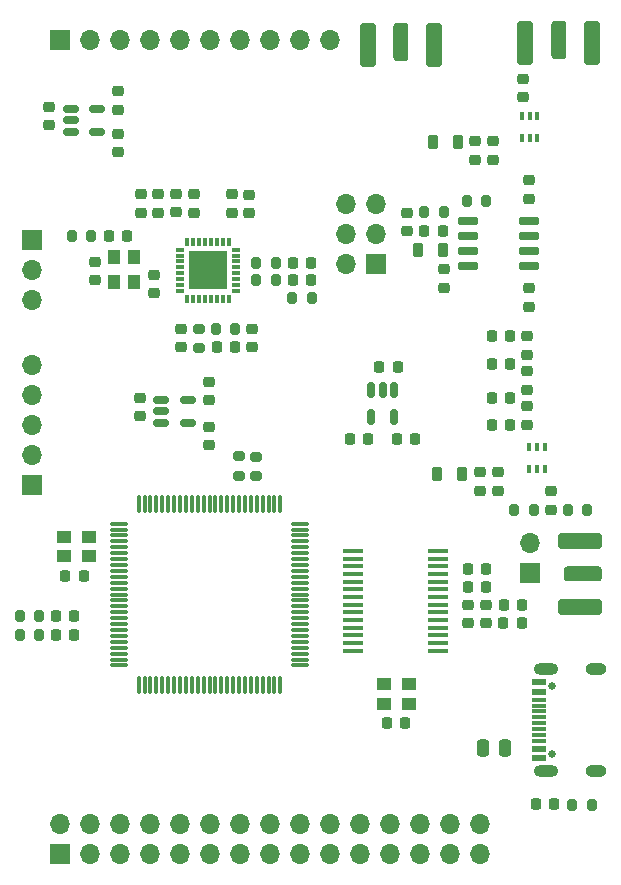
<source format=gbr>
%TF.GenerationSoftware,KiCad,Pcbnew,8.0.4-8.0.4-0~ubuntu22.04.1*%
%TF.CreationDate,2024-09-01T23:10:33+08:00*%
%TF.ProjectId,R820T_With_LCMXO2,52383230-545f-4576-9974-685f4c434d58,rev?*%
%TF.SameCoordinates,Original*%
%TF.FileFunction,Soldermask,Top*%
%TF.FilePolarity,Negative*%
%FSLAX46Y46*%
G04 Gerber Fmt 4.6, Leading zero omitted, Abs format (unit mm)*
G04 Created by KiCad (PCBNEW 8.0.4-8.0.4-0~ubuntu22.04.1) date 2024-09-01 23:10:33*
%MOMM*%
%LPD*%
G01*
G04 APERTURE LIST*
G04 Aperture macros list*
%AMRoundRect*
0 Rectangle with rounded corners*
0 $1 Rounding radius*
0 $2 $3 $4 $5 $6 $7 $8 $9 X,Y pos of 4 corners*
0 Add a 4 corners polygon primitive as box body*
4,1,4,$2,$3,$4,$5,$6,$7,$8,$9,$2,$3,0*
0 Add four circle primitives for the rounded corners*
1,1,$1+$1,$2,$3*
1,1,$1+$1,$4,$5*
1,1,$1+$1,$6,$7*
1,1,$1+$1,$8,$9*
0 Add four rect primitives between the rounded corners*
20,1,$1+$1,$2,$3,$4,$5,0*
20,1,$1+$1,$4,$5,$6,$7,0*
20,1,$1+$1,$6,$7,$8,$9,0*
20,1,$1+$1,$8,$9,$2,$3,0*%
G04 Aperture macros list end*
%ADD10RoundRect,0.200000X-0.200000X-0.275000X0.200000X-0.275000X0.200000X0.275000X-0.200000X0.275000X0*%
%ADD11RoundRect,0.218750X0.218750X0.256250X-0.218750X0.256250X-0.218750X-0.256250X0.218750X-0.256250X0*%
%ADD12C,0.650000*%
%ADD13R,1.240000X0.600000*%
%ADD14R,1.240000X0.300000*%
%ADD15O,2.100000X1.000000*%
%ADD16O,1.800000X1.000000*%
%ADD17RoundRect,0.225000X0.225000X0.250000X-0.225000X0.250000X-0.225000X-0.250000X0.225000X-0.250000X0*%
%ADD18RoundRect,0.150000X-0.512500X-0.150000X0.512500X-0.150000X0.512500X0.150000X-0.512500X0.150000X0*%
%ADD19RoundRect,0.225000X0.250000X-0.225000X0.250000X0.225000X-0.250000X0.225000X-0.250000X-0.225000X0*%
%ADD20RoundRect,0.225000X-0.250000X0.225000X-0.250000X-0.225000X0.250000X-0.225000X0.250000X0.225000X0*%
%ADD21R,1.300000X1.100000*%
%ADD22RoundRect,0.200000X0.275000X-0.200000X0.275000X0.200000X-0.275000X0.200000X-0.275000X-0.200000X0*%
%ADD23RoundRect,0.225000X-0.225000X-0.250000X0.225000X-0.250000X0.225000X0.250000X-0.225000X0.250000X0*%
%ADD24R,1.100000X1.300000*%
%ADD25RoundRect,0.075000X-0.662500X-0.075000X0.662500X-0.075000X0.662500X0.075000X-0.662500X0.075000X0*%
%ADD26RoundRect,0.075000X-0.075000X-0.662500X0.075000X-0.662500X0.075000X0.662500X-0.075000X0.662500X0*%
%ADD27R,1.700000X1.700000*%
%ADD28O,1.700000X1.700000*%
%ADD29RoundRect,0.250000X0.250000X0.475000X-0.250000X0.475000X-0.250000X-0.475000X0.250000X-0.475000X0*%
%ADD30RoundRect,0.218750X-0.256250X0.218750X-0.256250X-0.218750X0.256250X-0.218750X0.256250X0.218750X0*%
%ADD31RoundRect,0.250000X0.385000X1.350000X-0.385000X1.350000X-0.385000X-1.350000X0.385000X-1.350000X0*%
%ADD32RoundRect,0.250000X0.425000X1.600000X-0.425000X1.600000X-0.425000X-1.600000X0.425000X-1.600000X0*%
%ADD33RoundRect,0.218750X0.218750X0.381250X-0.218750X0.381250X-0.218750X-0.381250X0.218750X-0.381250X0*%
%ADD34RoundRect,0.150000X-0.150000X0.512500X-0.150000X-0.512500X0.150000X-0.512500X0.150000X0.512500X0*%
%ADD35RoundRect,0.200000X0.200000X0.275000X-0.200000X0.275000X-0.200000X-0.275000X0.200000X-0.275000X0*%
%ADD36RoundRect,0.100000X0.100000X-0.225000X0.100000X0.225000X-0.100000X0.225000X-0.100000X-0.225000X0*%
%ADD37R,1.750000X0.450000*%
%ADD38RoundRect,0.218750X-0.218750X-0.381250X0.218750X-0.381250X0.218750X0.381250X-0.218750X0.381250X0*%
%ADD39RoundRect,0.218750X-0.218750X-0.256250X0.218750X-0.256250X0.218750X0.256250X-0.218750X0.256250X0*%
%ADD40R,0.300000X0.800000*%
%ADD41R,0.800000X0.300000*%
%ADD42R,3.250000X3.250000*%
%ADD43RoundRect,0.150000X0.725000X0.150000X-0.725000X0.150000X-0.725000X-0.150000X0.725000X-0.150000X0*%
%ADD44RoundRect,0.200000X-0.275000X0.200000X-0.275000X-0.200000X0.275000X-0.200000X0.275000X0.200000X0*%
%ADD45RoundRect,0.250000X1.350000X-0.385000X1.350000X0.385000X-1.350000X0.385000X-1.350000X-0.385000X0*%
%ADD46RoundRect,0.250000X1.600000X-0.425000X1.600000X0.425000X-1.600000X0.425000X-1.600000X-0.425000X0*%
G04 APERTURE END LIST*
D10*
%TO.C,R16*%
X152337500Y-142600000D03*
X150687500Y-142600000D03*
%TD*%
D11*
%TO.C,D2*%
X147575000Y-142550000D03*
X149150000Y-142550000D03*
%TD*%
D12*
%TO.C,J1*%
X148964999Y-138335000D03*
X148964999Y-132555000D03*
D13*
X147844999Y-138645000D03*
X147844999Y-137845000D03*
D14*
X147844999Y-136695000D03*
X147844999Y-135695000D03*
X147844999Y-135195000D03*
X147844999Y-134195000D03*
D13*
X147844999Y-133045000D03*
X147844999Y-132245000D03*
X147844999Y-132245000D03*
X147844999Y-133045000D03*
D14*
X147844999Y-133695000D03*
X147844999Y-134695000D03*
X147844999Y-136195000D03*
X147844999Y-137195000D03*
D13*
X147844999Y-137845000D03*
X147844999Y-138645000D03*
D15*
X148444999Y-139765000D03*
D16*
X152644999Y-139765000D03*
D15*
X148444999Y-131125000D03*
D16*
X152644999Y-131125000D03*
%TD*%
D17*
%TO.C,C6*%
X133375000Y-111612500D03*
X131825000Y-111612500D03*
%TD*%
D18*
%TO.C,U9*%
X108200000Y-83700000D03*
X108200000Y-84650000D03*
X108200000Y-85600000D03*
X110475000Y-85600000D03*
X110475000Y-83700000D03*
%TD*%
D19*
%TO.C,C37*%
X112187500Y-83737500D03*
X112187500Y-82187500D03*
%TD*%
D10*
%TO.C,R11*%
X123900000Y-98200000D03*
X125550000Y-98200000D03*
%TD*%
D20*
%TO.C,C32*%
X112237500Y-85787500D03*
X112237500Y-87337500D03*
%TD*%
D19*
%TO.C,C18*%
X143362500Y-127225001D03*
X143362500Y-125675001D03*
%TD*%
D21*
%TO.C,X1*%
X107625000Y-121550000D03*
X109725000Y-121550000D03*
X109725000Y-119900000D03*
X107625000Y-119900000D03*
%TD*%
D20*
%TO.C,C49*%
X110225000Y-96625000D03*
X110225000Y-98175000D03*
%TD*%
%TO.C,C1*%
X143975000Y-86425000D03*
X143975000Y-87975000D03*
%TD*%
D22*
%TO.C,R18*%
X123937500Y-114775001D03*
X123937500Y-113125001D03*
%TD*%
D19*
%TO.C,C17*%
X141862500Y-127225001D03*
X141862500Y-125675001D03*
%TD*%
D23*
%TO.C,C61*%
X127025000Y-98200000D03*
X128575000Y-98200000D03*
%TD*%
D24*
%TO.C,X2*%
X111900000Y-96200000D03*
X111900000Y-98300000D03*
X113550000Y-98300000D03*
X113550000Y-96200000D03*
%TD*%
D23*
%TO.C,C14*%
X141837500Y-124150001D03*
X143387500Y-124150001D03*
%TD*%
D25*
%TO.C,U1*%
X112300000Y-118800000D03*
X112300000Y-119300000D03*
X112300000Y-119800000D03*
X112300000Y-120300000D03*
X112300000Y-120800000D03*
X112300000Y-121300000D03*
X112300000Y-121800000D03*
X112300000Y-122300000D03*
X112300000Y-122800000D03*
X112300000Y-123300000D03*
X112300000Y-123800000D03*
X112300000Y-124300000D03*
X112300000Y-124800000D03*
X112300000Y-125300000D03*
X112300000Y-125800000D03*
X112300000Y-126300000D03*
X112300000Y-126800000D03*
X112300000Y-127300000D03*
X112300000Y-127800000D03*
X112300000Y-128300000D03*
X112300000Y-128800000D03*
X112300000Y-129300000D03*
X112300000Y-129800000D03*
X112300000Y-130300000D03*
X112300000Y-130800000D03*
D26*
X113962500Y-132462500D03*
X114462500Y-132462500D03*
X114962500Y-132462500D03*
X115462500Y-132462500D03*
X115962500Y-132462500D03*
X116462500Y-132462500D03*
X116962500Y-132462500D03*
X117462500Y-132462500D03*
X117962500Y-132462500D03*
X118462500Y-132462500D03*
X118962500Y-132462500D03*
X119462500Y-132462500D03*
X119962500Y-132462500D03*
X120462500Y-132462500D03*
X120962500Y-132462500D03*
X121462500Y-132462500D03*
X121962500Y-132462500D03*
X122462500Y-132462500D03*
X122962500Y-132462500D03*
X123462500Y-132462500D03*
X123962500Y-132462500D03*
X124462500Y-132462500D03*
X124962500Y-132462500D03*
X125462500Y-132462500D03*
X125962500Y-132462500D03*
D25*
X127625000Y-130800000D03*
X127625000Y-130300000D03*
X127625000Y-129800000D03*
X127625000Y-129300000D03*
X127625000Y-128800000D03*
X127625000Y-128300000D03*
X127625000Y-127800000D03*
X127625000Y-127300000D03*
X127625000Y-126800000D03*
X127625000Y-126300000D03*
X127625000Y-125800000D03*
X127625000Y-125300000D03*
X127625000Y-124800000D03*
X127625000Y-124300000D03*
X127625000Y-123800000D03*
X127625000Y-123300000D03*
X127625000Y-122800000D03*
X127625000Y-122300000D03*
X127625000Y-121800000D03*
X127625000Y-121300000D03*
X127625000Y-120800000D03*
X127625000Y-120300000D03*
X127625000Y-119800000D03*
X127625000Y-119300000D03*
X127625000Y-118800000D03*
D26*
X125962500Y-117137500D03*
X125462500Y-117137500D03*
X124962500Y-117137500D03*
X124462500Y-117137500D03*
X123962500Y-117137500D03*
X123462500Y-117137500D03*
X122962500Y-117137500D03*
X122462500Y-117137500D03*
X121962500Y-117137500D03*
X121462500Y-117137500D03*
X120962500Y-117137500D03*
X120462500Y-117137500D03*
X119962500Y-117137500D03*
X119462500Y-117137500D03*
X118962500Y-117137500D03*
X118462500Y-117137500D03*
X117962500Y-117137500D03*
X117462500Y-117137500D03*
X116962500Y-117137500D03*
X116462500Y-117137500D03*
X115962500Y-117137500D03*
X115462500Y-117137500D03*
X114962500Y-117137500D03*
X114462500Y-117137500D03*
X113962500Y-117137500D03*
%TD*%
D27*
%TO.C,J11*%
X134015000Y-96780000D03*
D28*
X131475000Y-96780000D03*
X134015000Y-94240000D03*
X131475000Y-94240000D03*
X134015000Y-91700000D03*
X131475000Y-91700000D03*
%TD*%
D20*
%TO.C,C51*%
X118615000Y-90917500D03*
X118615000Y-92467500D03*
%TD*%
D29*
%TO.C,C3*%
X144975000Y-137800000D03*
X143075000Y-137800000D03*
%TD*%
D27*
%TO.C,J9*%
X104925000Y-94750000D03*
D28*
X104925000Y-97290000D03*
X104925000Y-99830000D03*
%TD*%
D20*
%TO.C,C57*%
X121865000Y-90917500D03*
X121865000Y-92467500D03*
%TD*%
D30*
%TO.C,L7*%
X146875000Y-108862500D03*
X146875000Y-110437500D03*
%TD*%
D20*
%TO.C,C24*%
X139825000Y-97275000D03*
X139825000Y-98825000D03*
%TD*%
D23*
%TO.C,C58*%
X120575000Y-103850000D03*
X122125000Y-103850000D03*
%TD*%
D27*
%TO.C,J3*%
X104900000Y-115500000D03*
D28*
X104900000Y-112960000D03*
X104900000Y-110420000D03*
X104900000Y-107880000D03*
X104900000Y-105340000D03*
%TD*%
D31*
%TO.C,J4*%
X149525000Y-77812500D03*
D32*
X146700000Y-78062500D03*
X152350000Y-78062500D03*
%TD*%
D33*
%TO.C,L3*%
X139737500Y-95650000D03*
X137612500Y-95650000D03*
%TD*%
D34*
%TO.C,U8*%
X135575000Y-107462500D03*
X134625000Y-107462500D03*
X133675000Y-107462500D03*
X133675000Y-109737500D03*
X135575000Y-109737500D03*
%TD*%
D35*
%TO.C,R15*%
X128600000Y-99700000D03*
X126950000Y-99700000D03*
%TD*%
D23*
%TO.C,C7*%
X135800000Y-111612500D03*
X137350000Y-111612500D03*
%TD*%
D20*
%TO.C,C54*%
X114145000Y-90912500D03*
X114145000Y-92462500D03*
%TD*%
%TO.C,C29*%
X114062500Y-108162500D03*
X114062500Y-109712500D03*
%TD*%
%TO.C,C4*%
X106387500Y-83487500D03*
X106387500Y-85037500D03*
%TD*%
D36*
%TO.C,U2*%
X147050000Y-114200000D03*
X147700000Y-114200000D03*
X148350000Y-114200000D03*
X148350000Y-112300000D03*
X147700000Y-112300000D03*
X147050000Y-112300000D03*
%TD*%
D37*
%TO.C,U3*%
X132112500Y-121100001D03*
X132112500Y-121750001D03*
X132112500Y-122400001D03*
X132112500Y-123050001D03*
X132112500Y-123700001D03*
X132112500Y-124350001D03*
X132112500Y-125000001D03*
X132112500Y-125650001D03*
X132112500Y-126300001D03*
X132112500Y-126950001D03*
X132112500Y-127600001D03*
X132112500Y-128250001D03*
X132112500Y-128900001D03*
X132112500Y-129550001D03*
X139312500Y-129550001D03*
X139312500Y-128900001D03*
X139312500Y-128250001D03*
X139312500Y-127600001D03*
X139312500Y-126950001D03*
X139312500Y-126300001D03*
X139312500Y-125650001D03*
X139312500Y-125000001D03*
X139312500Y-124350001D03*
X139312500Y-123700001D03*
X139312500Y-123050001D03*
X139312500Y-122400001D03*
X139312500Y-121750001D03*
X139312500Y-121100001D03*
%TD*%
D10*
%TO.C,R4*%
X150275000Y-117600000D03*
X151925000Y-117600000D03*
%TD*%
D30*
%TO.C,L5*%
X146875000Y-102912500D03*
X146875000Y-104487500D03*
%TD*%
D38*
%TO.C,L4*%
X138875000Y-86500000D03*
X141000000Y-86500000D03*
%TD*%
D10*
%TO.C,R19*%
X103875000Y-128250000D03*
X105525000Y-128250000D03*
%TD*%
%TO.C,R3*%
X145775000Y-117650000D03*
X147425000Y-117650000D03*
%TD*%
D20*
%TO.C,C60*%
X117575000Y-102325000D03*
X117575000Y-103875000D03*
%TD*%
D23*
%TO.C,C62*%
X127025000Y-96710000D03*
X128575000Y-96710000D03*
%TD*%
D39*
%TO.C,D4*%
X106937501Y-126600000D03*
X108512501Y-126600000D03*
%TD*%
D10*
%TO.C,R12*%
X123900000Y-96700000D03*
X125550000Y-96700000D03*
%TD*%
D35*
%TO.C,R8*%
X139775000Y-92450000D03*
X138125000Y-92450000D03*
%TD*%
D39*
%TO.C,D1*%
X111427500Y-94412500D03*
X113002500Y-94412500D03*
%TD*%
D31*
%TO.C,J6*%
X136175000Y-78012500D03*
D32*
X133350000Y-78262500D03*
X139000000Y-78262500D03*
%TD*%
D40*
%TO.C,U7*%
X118075000Y-99750000D03*
X118575000Y-99750000D03*
X119075000Y-99750000D03*
X119575000Y-99750000D03*
X120075000Y-99750000D03*
X120575000Y-99750000D03*
X121075000Y-99750000D03*
X121575000Y-99750000D03*
D41*
X122225000Y-99100000D03*
X122225000Y-98600000D03*
X122225000Y-98100000D03*
X122225000Y-97600000D03*
X122225000Y-97100000D03*
X122225000Y-96600000D03*
X122225000Y-96100000D03*
X122225000Y-95600000D03*
D40*
X121575000Y-94950000D03*
X121075000Y-94950000D03*
X120575000Y-94950000D03*
X120075000Y-94950000D03*
X119575000Y-94950000D03*
X119075000Y-94950000D03*
X118575000Y-94950000D03*
X118075000Y-94950000D03*
D41*
X117425000Y-95600000D03*
X117425000Y-96100000D03*
X117425000Y-96600000D03*
X117425000Y-97100000D03*
X117425000Y-97600000D03*
X117425000Y-98100000D03*
X117425000Y-98600000D03*
X117425000Y-99100000D03*
D42*
X119825000Y-97350000D03*
%TD*%
D20*
%TO.C,C9*%
X148850000Y-116050000D03*
X148850000Y-117600000D03*
%TD*%
D21*
%TO.C,X3*%
X134775000Y-134025000D03*
X136875000Y-134025000D03*
X136875000Y-132375000D03*
X134775000Y-132375000D03*
%TD*%
D17*
%TO.C,C25*%
X139700000Y-94000000D03*
X138150000Y-94000000D03*
%TD*%
D19*
%TO.C,C50*%
X115275000Y-99275000D03*
X115275000Y-97725000D03*
%TD*%
D43*
%TO.C,U5*%
X146975000Y-97000000D03*
X146975000Y-95730000D03*
X146975000Y-94460000D03*
X146975000Y-93190000D03*
X141825000Y-93190000D03*
X141825000Y-94460000D03*
X141825000Y-95730000D03*
X141825000Y-97000000D03*
%TD*%
D35*
%TO.C,R9*%
X143400000Y-91500000D03*
X141750000Y-91500000D03*
%TD*%
D20*
%TO.C,C27*%
X144375000Y-114450000D03*
X144375000Y-116000000D03*
%TD*%
%TO.C,C65*%
X146475000Y-81150000D03*
X146475000Y-82700000D03*
%TD*%
D23*
%TO.C,C12*%
X143850000Y-108200000D03*
X145400000Y-108200000D03*
%TD*%
D27*
%TO.C,J8*%
X147075000Y-122975000D03*
D28*
X147075000Y-120435000D03*
%TD*%
D44*
%TO.C,R7*%
X119075000Y-102275000D03*
X119075000Y-103925000D03*
%TD*%
D23*
%TO.C,C26*%
X143850000Y-110450000D03*
X145400000Y-110450000D03*
%TD*%
%TO.C,C13*%
X141812500Y-122650001D03*
X143362500Y-122650001D03*
%TD*%
D20*
%TO.C,C22*%
X136675000Y-92475000D03*
X136675000Y-94025000D03*
%TD*%
D23*
%TO.C,C10*%
X143850000Y-102912500D03*
X145400000Y-102912500D03*
%TD*%
D22*
%TO.C,R17*%
X122437500Y-114750001D03*
X122437500Y-113100001D03*
%TD*%
D20*
%TO.C,C28*%
X142825000Y-114450000D03*
X142825000Y-116000000D03*
%TD*%
D23*
%TO.C,C56*%
X107750000Y-123205001D03*
X109300000Y-123205001D03*
%TD*%
D20*
%TO.C,C53*%
X115635000Y-90927500D03*
X115635000Y-92477500D03*
%TD*%
%TO.C,C52*%
X117135000Y-90902500D03*
X117135000Y-92452500D03*
%TD*%
D17*
%TO.C,C5*%
X135900000Y-105512500D03*
X134350000Y-105512500D03*
%TD*%
D38*
%TO.C,L1*%
X139200000Y-114575000D03*
X141325000Y-114575000D03*
%TD*%
D20*
%TO.C,C30*%
X119912500Y-110587500D03*
X119912500Y-112137500D03*
%TD*%
D23*
%TO.C,C16*%
X144837500Y-127200001D03*
X146387500Y-127200001D03*
%TD*%
D19*
%TO.C,C23*%
X147025000Y-100425000D03*
X147025000Y-98875000D03*
%TD*%
D45*
%TO.C,J2*%
X151562500Y-123050000D03*
D46*
X151312500Y-120225000D03*
X151312500Y-125875000D03*
%TD*%
D20*
%TO.C,C55*%
X123325000Y-90942500D03*
X123325000Y-92492500D03*
%TD*%
D23*
%TO.C,C11*%
X143850000Y-105262500D03*
X145400000Y-105262500D03*
%TD*%
D35*
%TO.C,R21*%
X105555001Y-126580001D03*
X103905001Y-126580001D03*
%TD*%
D10*
%TO.C,R10*%
X120500000Y-102350000D03*
X122150000Y-102350000D03*
%TD*%
D23*
%TO.C,C15*%
X144862500Y-125700001D03*
X146412500Y-125700001D03*
%TD*%
D18*
%TO.C,U6*%
X115887500Y-108337500D03*
X115887500Y-109287500D03*
X115887500Y-110237500D03*
X118162500Y-110237500D03*
X118162500Y-108337500D03*
%TD*%
D20*
%TO.C,C2*%
X142475000Y-86425000D03*
X142475000Y-87975000D03*
%TD*%
D35*
%TO.C,R6*%
X109965000Y-94442500D03*
X108315000Y-94442500D03*
%TD*%
D20*
%TO.C,C59*%
X123575000Y-102300000D03*
X123575000Y-103850000D03*
%TD*%
D11*
%TO.C,D3*%
X108525000Y-128260000D03*
X106950000Y-128260000D03*
%TD*%
D36*
%TO.C,U4*%
X146425000Y-86150000D03*
X147075000Y-86150000D03*
X147725000Y-86150000D03*
X147725000Y-84250000D03*
X147075000Y-84250000D03*
X146425000Y-84250000D03*
%TD*%
D19*
%TO.C,C31*%
X119912500Y-108362500D03*
X119912500Y-106812500D03*
%TD*%
D23*
%TO.C,C63*%
X135000000Y-135675000D03*
X136550000Y-135675000D03*
%TD*%
D20*
%TO.C,C21*%
X147025000Y-89725000D03*
X147025000Y-91275000D03*
%TD*%
D30*
%TO.C,L6*%
X146875000Y-105875000D03*
X146875000Y-107450000D03*
%TD*%
D27*
%TO.C,J5*%
X107287113Y-77844521D03*
D28*
X109827113Y-77844521D03*
X112367113Y-77844521D03*
X114907113Y-77844521D03*
X117447113Y-77844521D03*
X119987113Y-77844521D03*
X122527113Y-77844521D03*
X125067113Y-77844521D03*
X127607113Y-77844521D03*
X130147113Y-77844521D03*
%TD*%
D27*
%TO.C,J7*%
X107273600Y-146756254D03*
D28*
X107273600Y-144216254D03*
X109813600Y-146756254D03*
X109813600Y-144216254D03*
X112353600Y-146756254D03*
X112353600Y-144216254D03*
X114893600Y-146756254D03*
X114893600Y-144216254D03*
X117433600Y-146756254D03*
X117433600Y-144216254D03*
X119973600Y-146756254D03*
X119973600Y-144216254D03*
X122513600Y-146756254D03*
X122513600Y-144216254D03*
X125053600Y-146756254D03*
X125053600Y-144216254D03*
X127593600Y-146756254D03*
X127593600Y-144216254D03*
X130133600Y-146756254D03*
X130133600Y-144216254D03*
X132673600Y-146756254D03*
X132673600Y-144216254D03*
X135213600Y-146756254D03*
X135213600Y-144216254D03*
X137753600Y-146756254D03*
X137753600Y-144216254D03*
X140293600Y-146756254D03*
X140293600Y-144216254D03*
X142833600Y-146756254D03*
X142833600Y-144216254D03*
%TD*%
M02*

</source>
